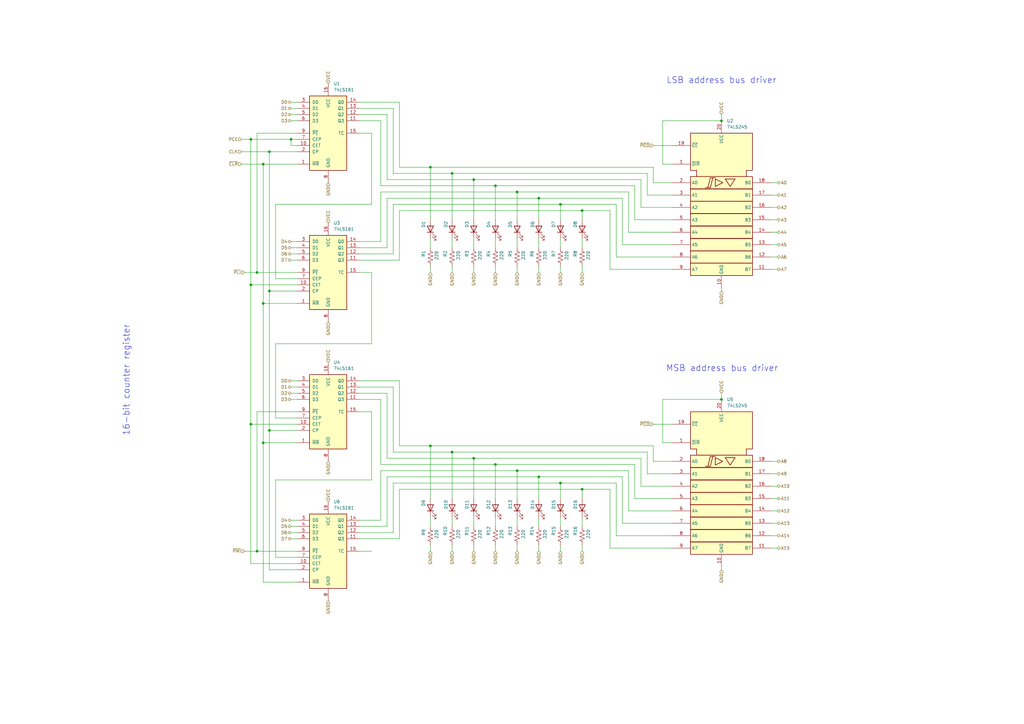
<source format=kicad_sch>
(kicad_sch (version 20250114) (generator "eeschema") (generator_version "9.0")
  (paper "A3")
  (lib_symbols
    (symbol "74xx:74LS161" (pin_names (offset 1.016))
      (property "Reference" "U" (at -7.62 16.51 0))
      (property "Value" "74LS161" (at -7.62 -16.51 0))
      (symbol "74LS161_1_0"
        (pin input line (at -12.7 12.7 0) (length 5.08) (name "D0") (number "3"))
        (pin input line (at -12.7 10.16 0) (length 5.08) (name "D1") (number "4"))
        (pin input line (at -12.7 7.62 0) (length 5.08) (name "D2") (number "5"))
        (pin input line (at -12.7 5.08 0) (length 5.08) (name "D3") (number "6"))
        (pin input line (at -12.7 0 0) (length 5.08) (name "~{PE}") (number "9"))
        (pin input line (at -12.7 -2.54 0) (length 5.08) (name "CEP") (number "7"))
        (pin input line (at -12.7 -5.08 0) (length 5.08) (name "CET") (number "10"))
        (pin input line (at -12.7 -7.62 0) (length 5.08) (name "CP") (number "2"))
        (pin input line (at -12.7 -12.7 0) (length 5.08) (name "~{MR}") (number "1"))
        (pin power_in line (at 0 20.32 270) (length 5.08) (name "VCC") (number "16"))
        (pin power_in line (at 0 -20.32 90) (length 5.08) (name "GND") (number "8"))
        (pin output line (at 12.7 12.7 180) (length 5.08) (name "Q0") (number "14"))
        (pin output line (at 12.7 10.16 180) (length 5.08) (name "Q1") (number "13"))
        (pin output line (at 12.7 7.62 180) (length 5.08) (name "Q2") (number "12"))
        (pin output line (at 12.7 5.08 180) (length 5.08) (name "Q3") (number "11"))
        (pin output line (at 12.7 0 180) (length 5.08) (name "TC") (number "15"))
      )
      (symbol "74LS161_1_1"
        (rectangle (start -7.62 15.24) (end 7.62 -15.24) (stroke (width 0.254)) (fill (type background)))
      )
    )
    (symbol "74xx_IEEE:74LS245"
      (property "Reference" "U" (at 15.24 25.4 0))
      (property "Value" "74LS245" (at 5.08 -30.48 0))
      (symbol "74LS245_0_0"
        (polyline (pts (xy -6.604 10.668) (xy -4.572 10.668) (xy -3.556 14.732) (xy -2.54 14.732) (xy -4.572 14.732) (xy -5.588 10.668) (xy -5.588 10.668)) (stroke (width 0.254)) (fill (type background)))
        (polyline (pts (xy -2.54 14.224) (xy -2.54 11.176) (xy 0.508 12.7) (xy -2.54 14.224) (xy -2.54 14.224)) (stroke (width 0.254)) (fill (type background)))
        (polyline (pts (xy 1.524 14.224) (xy 5.588 14.224) (xy 3.556 11.176) (xy 1.524 14.224) (xy 1.524 14.224)) (stroke (width 0.254)) (fill (type background)))
        (pin power_in line (at 0 38.1 270) (length 5.08) (name "VCC") (number "20"))
        (pin power_in line (at 0 -30.48 90) (length 5.08) (name "GND") (number "10"))
      )
      (symbol "74LS245_0_1"
        (rectangle (start -12.7 15.24) (end 12.7 10.16) (stroke (width 0.254)) (fill (type background)))
        (rectangle (start -12.7 10.16) (end 12.7 5.08) (stroke (width 0.254)) (fill (type background)))
        (rectangle (start -12.7 5.08) (end 12.7 0) (stroke (width 0.254)) (fill (type background)))
        (rectangle (start -12.7 0) (end 12.7 -5.08) (stroke (width 0.254)) (fill (type background)))
        (rectangle (start -12.7 -5.08) (end 12.7 -10.16) (stroke (width 0.254)) (fill (type background)))
        (rectangle (start -12.7 -10.16) (end 12.7 -15.24) (stroke (width 0.254)) (fill (type background)))
        (rectangle (start -12.7 -15.24) (end 12.7 -20.32) (stroke (width 0.254)) (fill (type background)))
        (rectangle (start -12.7 -20.32) (end 12.7 -25.4) (stroke (width 0.254)) (fill (type background)))
        (polyline (pts (xy -10.16 15.24) (xy -10.16 17.78) (xy -12.7 17.78) (xy -12.7 33.02) (xy 12.7 33.02) (xy 12.7 17.78) (xy 10.16 17.78) (xy 10.16 15.24) (xy 10.16 15.24)) (stroke (width 0.254)) (fill (type background)))
      )
      (symbol "74LS245_1_1"
        (pin input line (at -20.32 27.94 0) (length 7.62) (name "~{CE}") (number "19"))
        (pin input line (at -20.32 20.32 0) (length 7.62) (name "~{DIR}") (number "1"))
        (pin tri_state line (at -20.32 12.7 0) (length 7.62) (name "A0") (number "2"))
        (pin tri_state line (at -20.32 7.62 0) (length 7.62) (name "A1") (number "3"))
        (pin tri_state line (at -20.32 2.54 0) (length 7.62) (name "A2") (number "4"))
        (pin tri_state line (at -20.32 -2.54 0) (length 7.62) (name "A3") (number "5"))
        (pin tri_state line (at -20.32 -7.62 0) (length 7.62) (name "A4") (number "6"))
        (pin tri_state line (at -20.32 -12.7 0) (length 7.62) (name "A5") (number "7"))
        (pin tri_state line (at -20.32 -17.78 0) (length 7.62) (name "A6") (number "8"))
        (pin tri_state line (at -20.32 -22.86 0) (length 7.62) (name "A7") (number "9"))
        (pin tri_state line (at 20.32 12.7 180) (length 7.62) (name "B0") (number "18"))
        (pin tri_state line (at 20.32 7.62 180) (length 7.62) (name "B1") (number "17"))
        (pin tri_state line (at 20.32 2.54 180) (length 7.62) (name "B2") (number "16"))
        (pin tri_state line (at 20.32 -2.54 180) (length 7.62) (name "B3") (number "15"))
        (pin tri_state line (at 20.32 -7.62 180) (length 7.62) (name "B4") (number "14"))
        (pin tri_state line (at 20.32 -12.7 180) (length 7.62) (name "B5") (number "13"))
        (pin tri_state line (at 20.32 -17.78 180) (length 7.62) (name "B6") (number "12"))
        (pin tri_state line (at 20.32 -22.86 180) (length 7.62) (name "B7") (number "11"))
      )
    )
    (symbol "Device:LED" (pin_numbers (hide yes)) (pin_names (offset 1.016) (hide yes))
      (property "Reference" "D" (at 0 2.54 0))
      (property "Value" "LED" (at 0 -2.54 0))
      (symbol "LED_0_1"
        (polyline (pts (xy -3.048 -0.762) (xy -4.572 -2.286) (xy -3.81 -2.286) (xy -4.572 -2.286) (xy -4.572 -1.524)))
        (polyline (pts (xy -1.778 -0.762) (xy -3.302 -2.286) (xy -2.54 -2.286) (xy -3.302 -2.286) (xy -3.302 -1.524)))
        (polyline (pts (xy -1.27 0) (xy 1.27 0)))
        (polyline (pts (xy -1.27 -1.27) (xy -1.27 1.27)) (stroke (width 0.254)))
        (polyline (pts (xy 1.27 -1.27) (xy 1.27 1.27) (xy -1.27 0) (xy 1.27 -1.27)) (stroke (width 0.254)))
      )
      (symbol "LED_1_1"
        (pin passive line (at -3.81 0 0) (length 2.54) (name "K") (number "1"))
        (pin passive line (at 3.81 0 180) (length 2.54) (name "A") (number "2"))
      )
    )
    (symbol "Device:R_US" (pin_numbers (hide yes)) (pin_names (offset 0))
      (property "Reference" "R" (at 2.54 0 90))
      (property "Value" "R_US" (at -2.54 0 90))
      (symbol "R_US_0_1"
        (polyline (pts (xy 0 2.286) (xy 0 2.54)))
        (polyline (pts (xy 0 2.286) (xy 1.016 1.905) (xy 0 1.524) (xy -1.016 1.143) (xy 0 0.762)))
        (polyline (pts (xy 0 0.762) (xy 1.016 0.381) (xy 0 0) (xy -1.016 -0.381) (xy 0 -0.762)))
        (polyline (pts (xy 0 -0.762) (xy 1.016 -1.143) (xy 0 -1.524) (xy -1.016 -1.905) (xy 0 -2.286)))
        (polyline (pts (xy 0 -2.286) (xy 0 -2.54)))
      )
      (symbol "R_US_1_1"
        (pin passive line (at 0 3.81 270) (length 1.27) (name "~") (number "1"))
        (pin passive line (at 0 -3.81 90) (length 1.27) (name "~") (number "2"))
      )
    )
  )
  (text "16-bit counter register" (at 51.816 155.956 90) (effects (font (size 2.54 2.54))))
  (text "MSB address bus driver" (at 296.164 151.13 0) (effects (font (size 2.54 2.54))))
  (text "LSB address bus driver" (at 295.91 33.02 0) (effects (font (size 2.54 2.54))))
  (junction (at 102.87 116.84))
  (junction (at 212.09 193.04))
  (junction (at 110.49 176.53))
  (junction (at 185.42 71.12))
  (junction (at 102.87 57.15))
  (junction (at 229.87 198.12))
  (junction (at 295.91 163.83))
  (junction (at 238.76 86.36))
  (junction (at 220.98 81.28))
  (junction (at 229.87 83.82))
  (junction (at 203.2 76.2))
  (junction (at 110.49 119.38))
  (junction (at 119.38 57.15))
  (junction (at 102.87 173.99))
  (junction (at 110.49 62.23))
  (junction (at 212.09 78.74))
  (junction (at 107.95 67.31))
  (junction (at 220.98 195.58))
  (junction (at 105.41 111.76))
  (junction (at 107.95 124.46))
  (junction (at 194.31 187.96))
  (junction (at 107.95 181.61))
  (junction (at 176.53 182.88))
  (junction (at 194.31 73.66))
  (junction (at 238.76 200.66))
  (junction (at 105.41 226.06))
  (junction (at 185.42 185.42))
  (junction (at 176.53 68.58))
  (junction (at 203.2 190.5))
  (junction (at 295.91 49.53))
  (wire (pts (xy 152.4 111.76) (xy 152.4 140.97)))
  (wire (pts (xy 194.31 73.66) (xy 194.31 90.17)))
  (wire (pts (xy 121.92 119.38) (xy 110.49 119.38)))
  (wire (pts (xy 147.32 215.9) (xy 158.75 215.9)))
  (wire (pts (xy 113.03 196.85) (xy 113.03 228.6)))
  (wire (pts (xy 203.2 190.5) (xy 203.2 204.47)))
  (wire (pts (xy 252.73 83.82) (xy 252.73 105.41)))
  (wire (pts (xy 257.81 209.55) (xy 275.59 209.55)))
  (wire (pts (xy 113.03 228.6) (xy 121.92 228.6)))
  (wire (pts (xy 212.09 193.04) (xy 212.09 204.47)))
  (wire (pts (xy 156.21 49.53) (xy 156.21 76.2)))
  (wire (pts (xy 220.98 226.06) (xy 220.98 223.52)))
  (wire (pts (xy 203.2 215.9) (xy 203.2 212.09)))
  (wire (pts (xy 176.53 101.6) (xy 176.53 97.79)))
  (wire (pts (xy 255.27 81.28) (xy 255.27 100.33)))
  (wire (pts (xy 147.32 41.91) (xy 163.83 41.91)))
  (wire (pts (xy 316.23 110.49) (xy 318.77 110.49)))
  (wire (pts (xy 158.75 187.96) (xy 194.31 187.96)))
  (wire (pts (xy 107.95 124.46) (xy 121.92 124.46)))
  (wire (pts (xy 271.78 163.83) (xy 271.78 181.61)))
  (wire (pts (xy 265.43 185.42) (xy 265.43 194.31)))
  (wire (pts (xy 250.19 200.66) (xy 250.19 224.79)))
  (wire (pts (xy 147.32 163.83) (xy 156.21 163.83)))
  (wire (pts (xy 161.29 185.42) (xy 185.42 185.42)))
  (wire (pts (xy 152.4 168.91) (xy 152.4 196.85)))
  (wire (pts (xy 119.38 41.91) (xy 121.92 41.91)))
  (wire (pts (xy 147.32 158.75) (xy 161.29 158.75)))
  (wire (pts (xy 121.92 168.91) (xy 105.41 168.91)))
  (wire (pts (xy 105.41 226.06) (xy 121.92 226.06)))
  (wire (pts (xy 176.53 226.06) (xy 176.53 223.52)))
  (wire (pts (xy 110.49 233.68) (xy 110.49 176.53)))
  (wire (pts (xy 185.42 101.6) (xy 185.42 97.79)))
  (wire (pts (xy 158.75 73.66) (xy 194.31 73.66)))
  (wire (pts (xy 176.53 68.58) (xy 176.53 90.17)))
  (wire (pts (xy 158.75 161.29) (xy 158.75 187.96)))
  (wire (pts (xy 163.83 86.36) (xy 238.76 86.36)))
  (wire (pts (xy 265.43 71.12) (xy 265.43 80.01)))
  (wire (pts (xy 295.91 163.83) (xy 271.78 163.83)))
  (wire (pts (xy 147.32 218.44) (xy 161.29 218.44)))
  (wire (pts (xy 152.4 83.82) (xy 113.03 83.82)))
  (wire (pts (xy 267.97 173.99) (xy 275.59 173.99)))
  (wire (pts (xy 229.87 198.12) (xy 252.73 198.12)))
  (wire (pts (xy 147.32 111.76) (xy 152.4 111.76)))
  (wire (pts (xy 238.76 215.9) (xy 238.76 212.09)))
  (wire (pts (xy 220.98 195.58) (xy 220.98 204.47)))
  (wire (pts (xy 152.4 54.61) (xy 152.4 83.82)))
  (wire (pts (xy 121.92 233.68) (xy 110.49 233.68)))
  (wire (pts (xy 316.23 214.63) (xy 318.77 214.63)))
  (wire (pts (xy 316.23 105.41) (xy 318.77 105.41)))
  (wire (pts (xy 295.91 46.99) (xy 295.91 49.53)))
  (wire (pts (xy 220.98 215.9) (xy 220.98 212.09)))
  (wire (pts (xy 152.4 196.85) (xy 113.03 196.85)))
  (wire (pts (xy 220.98 81.28) (xy 255.27 81.28)))
  (wire (pts (xy 147.32 104.14) (xy 161.29 104.14)))
  (wire (pts (xy 220.98 111.76) (xy 220.98 109.22)))
  (wire (pts (xy 185.42 71.12) (xy 185.42 90.17)))
  (wire (pts (xy 105.41 54.61) (xy 105.41 111.76)))
  (wire (pts (xy 107.95 181.61) (xy 121.92 181.61)))
  (wire (pts (xy 147.32 49.53) (xy 156.21 49.53)))
  (wire (pts (xy 107.95 67.31) (xy 107.95 124.46)))
  (wire (pts (xy 119.38 99.06) (xy 121.92 99.06)))
  (wire (pts (xy 203.2 101.6) (xy 203.2 97.79)))
  (wire (pts (xy 147.32 220.98) (xy 163.83 220.98)))
  (wire (pts (xy 316.23 204.47) (xy 318.77 204.47)))
  (wire (pts (xy 265.43 194.31) (xy 275.59 194.31)))
  (wire (pts (xy 316.23 224.79) (xy 318.77 224.79)))
  (wire (pts (xy 161.29 198.12) (xy 229.87 198.12)))
  (wire (pts (xy 295.91 118.11) (xy 295.91 119.38)))
  (wire (pts (xy 271.78 49.53) (xy 271.78 67.31)))
  (wire (pts (xy 99.06 62.23) (xy 110.49 62.23)))
  (wire (pts (xy 220.98 81.28) (xy 220.98 90.17)))
  (wire (pts (xy 158.75 46.99) (xy 158.75 73.66)))
  (wire (pts (xy 110.49 176.53) (xy 121.92 176.53)))
  (wire (pts (xy 147.32 161.29) (xy 158.75 161.29)))
  (wire (pts (xy 119.38 158.75) (xy 121.92 158.75)))
  (wire (pts (xy 212.09 193.04) (xy 257.81 193.04)))
  (wire (pts (xy 316.23 90.17) (xy 318.77 90.17)))
  (wire (pts (xy 121.92 54.61) (xy 105.41 54.61)))
  (wire (pts (xy 250.19 110.49) (xy 275.59 110.49)))
  (wire (pts (xy 107.95 124.46) (xy 107.95 181.61)))
  (wire (pts (xy 105.41 168.91) (xy 105.41 226.06)))
  (wire (pts (xy 229.87 198.12) (xy 229.87 204.47)))
  (wire (pts (xy 267.97 189.23) (xy 275.59 189.23)))
  (wire (pts (xy 163.83 182.88) (xy 176.53 182.88)))
  (wire (pts (xy 262.89 73.66) (xy 262.89 85.09)))
  (wire (pts (xy 119.38 106.68) (xy 121.92 106.68)))
  (wire (pts (xy 158.75 195.58) (xy 220.98 195.58)))
  (wire (pts (xy 147.32 168.91) (xy 152.4 168.91)))
  (wire (pts (xy 152.4 140.97) (xy 113.03 140.97)))
  (wire (pts (xy 238.76 226.06) (xy 238.76 223.52)))
  (wire (pts (xy 185.42 226.06) (xy 185.42 223.52)))
  (wire (pts (xy 121.92 59.69) (xy 119.38 59.69)))
  (wire (pts (xy 185.42 215.9) (xy 185.42 212.09)))
  (wire (pts (xy 212.09 78.74) (xy 257.81 78.74)))
  (wire (pts (xy 185.42 71.12) (xy 265.43 71.12)))
  (wire (pts (xy 147.32 213.36) (xy 156.21 213.36)))
  (wire (pts (xy 194.31 111.76) (xy 194.31 109.22)))
  (wire (pts (xy 158.75 101.6) (xy 158.75 81.28)))
  (wire (pts (xy 147.32 226.06) (xy 152.4 226.06)))
  (wire (pts (xy 102.87 116.84) (xy 121.92 116.84)))
  (wire (pts (xy 110.49 62.23) (xy 121.92 62.23)))
  (wire (pts (xy 102.87 116.84) (xy 102.87 173.99)))
  (wire (pts (xy 147.32 46.99) (xy 158.75 46.99)))
  (wire (pts (xy 119.38 49.53) (xy 121.92 49.53)))
  (wire (pts (xy 102.87 57.15) (xy 119.38 57.15)))
  (wire (pts (xy 158.75 81.28) (xy 220.98 81.28)))
  (wire (pts (xy 229.87 83.82) (xy 252.73 83.82)))
  (wire (pts (xy 152.4 54.61) (xy 147.32 54.61)))
  (wire (pts (xy 107.95 238.76) (xy 121.92 238.76)))
  (wire (pts (xy 316.23 199.39) (xy 318.77 199.39)))
  (wire (pts (xy 119.38 218.44) (xy 121.92 218.44)))
  (wire (pts (xy 316.23 80.01) (xy 318.77 80.01)))
  (wire (pts (xy 158.75 215.9) (xy 158.75 195.58)))
  (wire (pts (xy 255.27 100.33) (xy 275.59 100.33)))
  (wire (pts (xy 250.19 224.79) (xy 275.59 224.79)))
  (wire (pts (xy 260.35 190.5) (xy 260.35 204.47)))
  (wire (pts (xy 255.27 214.63) (xy 275.59 214.63)))
  (wire (pts (xy 220.98 195.58) (xy 255.27 195.58)))
  (wire (pts (xy 316.23 189.23) (xy 318.77 189.23)))
  (wire (pts (xy 194.31 215.9) (xy 194.31 212.09)))
  (wire (pts (xy 163.83 220.98) (xy 163.83 200.66)))
  (wire (pts (xy 119.38 57.15) (xy 121.92 57.15)))
  (wire (pts (xy 156.21 190.5) (xy 203.2 190.5)))
  (wire (pts (xy 119.38 163.83) (xy 121.92 163.83)))
  (wire (pts (xy 316.23 219.71) (xy 318.77 219.71)))
  (wire (pts (xy 185.42 185.42) (xy 185.42 204.47)))
  (wire (pts (xy 176.53 182.88) (xy 176.53 204.47)))
  (wire (pts (xy 119.38 101.6) (xy 121.92 101.6)))
  (wire (pts (xy 267.97 68.58) (xy 267.97 74.93)))
  (wire (pts (xy 267.97 59.69) (xy 275.59 59.69)))
  (wire (pts (xy 238.76 101.6) (xy 238.76 97.79)))
  (wire (pts (xy 194.31 73.66) (xy 262.89 73.66)))
  (wire (pts (xy 113.03 171.45) (xy 121.92 171.45)))
  (wire (pts (xy 163.83 106.68) (xy 163.83 86.36)))
  (wire (pts (xy 238.76 111.76) (xy 238.76 109.22)))
  (wire (pts (xy 110.49 119.38) (xy 110.49 176.53)))
  (wire (pts (xy 113.03 83.82) (xy 113.03 114.3)))
  (wire (pts (xy 238.76 200.66) (xy 250.19 200.66)))
  (wire (pts (xy 161.29 218.44) (xy 161.29 198.12)))
  (wire (pts (xy 257.81 78.74) (xy 257.81 95.25)))
  (wire (pts (xy 185.42 185.42) (xy 265.43 185.42)))
  (wire (pts (xy 203.2 111.76) (xy 203.2 109.22)))
  (wire (pts (xy 107.95 181.61) (xy 107.95 238.76)))
  (wire (pts (xy 147.32 156.21) (xy 163.83 156.21)))
  (wire (pts (xy 212.09 78.74) (xy 212.09 90.17)))
  (wire (pts (xy 252.73 105.41) (xy 275.59 105.41)))
  (wire (pts (xy 163.83 68.58) (xy 176.53 68.58)))
  (wire (pts (xy 316.23 85.09) (xy 318.77 85.09)))
  (wire (pts (xy 156.21 193.04) (xy 212.09 193.04)))
  (wire (pts (xy 265.43 80.01) (xy 275.59 80.01)))
  (wire (pts (xy 110.49 119.38) (xy 110.49 62.23)))
  (wire (pts (xy 295.91 161.29) (xy 295.91 163.83)))
  (wire (pts (xy 161.29 71.12) (xy 185.42 71.12)))
  (wire (pts (xy 271.78 181.61) (xy 275.59 181.61)))
  (wire (pts (xy 161.29 158.75) (xy 161.29 185.42)))
  (wire (pts (xy 119.38 59.69) (xy 119.38 57.15)))
  (wire (pts (xy 119.38 44.45) (xy 121.92 44.45)))
  (wire (pts (xy 176.53 182.88) (xy 267.97 182.88)))
  (wire (pts (xy 252.73 198.12) (xy 252.73 219.71)))
  (wire (pts (xy 238.76 86.36) (xy 238.76 90.17)))
  (wire (pts (xy 257.81 95.25) (xy 275.59 95.25)))
  (wire (pts (xy 102.87 231.14) (xy 121.92 231.14)))
  (wire (pts (xy 105.41 111.76) (xy 121.92 111.76)))
  (wire (pts (xy 99.06 57.15) (xy 102.87 57.15)))
  (wire (pts (xy 203.2 76.2) (xy 260.35 76.2)))
  (wire (pts (xy 176.53 111.76) (xy 176.53 109.22)))
  (wire (pts (xy 238.76 200.66) (xy 238.76 204.47)))
  (wire (pts (xy 176.53 68.58) (xy 267.97 68.58)))
  (wire (pts (xy 107.95 67.31) (xy 121.92 67.31)))
  (wire (pts (xy 229.87 215.9) (xy 229.87 212.09)))
  (wire (pts (xy 156.21 163.83) (xy 156.21 190.5)))
  (wire (pts (xy 271.78 67.31) (xy 275.59 67.31)))
  (wire (pts (xy 99.06 67.31) (xy 107.95 67.31)))
  (wire (pts (xy 119.38 161.29) (xy 121.92 161.29)))
  (wire (pts (xy 119.38 46.99) (xy 121.92 46.99)))
  (wire (pts (xy 163.83 200.66) (xy 238.76 200.66)))
  (wire (pts (xy 212.09 226.06) (xy 212.09 223.52)))
  (wire (pts (xy 119.38 156.21) (xy 121.92 156.21)))
  (wire (pts (xy 203.2 226.06) (xy 203.2 223.52)))
  (wire (pts (xy 203.2 76.2) (xy 203.2 90.17)))
  (wire (pts (xy 295.91 49.53) (xy 271.78 49.53)))
  (wire (pts (xy 267.97 74.93) (xy 275.59 74.93)))
  (wire (pts (xy 119.38 220.98) (xy 121.92 220.98)))
  (wire (pts (xy 250.19 86.36) (xy 250.19 110.49)))
  (wire (pts (xy 212.09 101.6) (xy 212.09 97.79)))
  (wire (pts (xy 156.21 213.36) (xy 156.21 193.04)))
  (wire (pts (xy 119.38 213.36) (xy 121.92 213.36)))
  (wire (pts (xy 113.03 140.97) (xy 113.03 171.45)))
  (wire (pts (xy 119.38 104.14) (xy 121.92 104.14)))
  (wire (pts (xy 316.23 100.33) (xy 318.77 100.33)))
  (wire (pts (xy 147.32 101.6) (xy 158.75 101.6)))
  (wire (pts (xy 260.35 204.47) (xy 275.59 204.47)))
  (wire (pts (xy 316.23 209.55) (xy 318.77 209.55)))
  (wire (pts (xy 203.2 190.5) (xy 260.35 190.5)))
  (wire (pts (xy 147.32 106.68) (xy 163.83 106.68)))
  (wire (pts (xy 262.89 199.39) (xy 275.59 199.39)))
  (wire (pts (xy 260.35 90.17) (xy 275.59 90.17)))
  (wire (pts (xy 102.87 173.99) (xy 121.92 173.99)))
  (wire (pts (xy 163.83 156.21) (xy 163.83 182.88)))
  (wire (pts (xy 255.27 195.58) (xy 255.27 214.63)))
  (wire (pts (xy 260.35 76.2) (xy 260.35 90.17)))
  (wire (pts (xy 194.31 226.06) (xy 194.31 223.52)))
  (wire (pts (xy 194.31 101.6) (xy 194.31 97.79)))
  (wire (pts (xy 119.38 215.9) (xy 121.92 215.9)))
  (wire (pts (xy 316.23 74.93) (xy 318.77 74.93)))
  (wire (pts (xy 156.21 99.06) (xy 156.21 78.74)))
  (wire (pts (xy 100.33 226.06) (xy 105.41 226.06)))
  (wire (pts (xy 316.23 194.31) (xy 318.77 194.31)))
  (wire (pts (xy 113.03 114.3) (xy 121.92 114.3)))
  (wire (pts (xy 229.87 111.76) (xy 229.87 109.22)))
  (wire (pts (xy 220.98 101.6) (xy 220.98 97.79)))
  (wire (pts (xy 156.21 76.2) (xy 203.2 76.2)))
  (wire (pts (xy 163.83 41.91) (xy 163.83 68.58)))
  (wire (pts (xy 238.76 86.36) (xy 250.19 86.36)))
  (wire (pts (xy 194.31 187.96) (xy 194.31 204.47)))
  (wire (pts (xy 316.23 95.25) (xy 318.77 95.25)))
  (wire (pts (xy 229.87 101.6) (xy 229.87 97.79)))
  (wire (pts (xy 212.09 111.76) (xy 212.09 109.22)))
  (wire (pts (xy 262.89 85.09) (xy 275.59 85.09)))
  (wire (pts (xy 161.29 44.45) (xy 161.29 71.12)))
  (wire (pts (xy 102.87 57.15) (xy 102.87 116.84)))
  (wire (pts (xy 252.73 219.71) (xy 275.59 219.71)))
  (wire (pts (xy 102.87 173.99) (xy 102.87 231.14)))
  (wire (pts (xy 185.42 111.76) (xy 185.42 109.22)))
  (wire (pts (xy 156.21 78.74) (xy 212.09 78.74)))
  (wire (pts (xy 229.87 226.06) (xy 229.87 223.52)))
  (wire (pts (xy 194.31 187.96) (xy 262.89 187.96)))
  (wire (pts (xy 262.89 187.96) (xy 262.89 199.39)))
  (wire (pts (xy 161.29 83.82) (xy 161.29 104.14)))
  (wire (pts (xy 229.87 83.82) (xy 229.87 90.17)))
  (wire (pts (xy 267.97 182.88) (xy 267.97 189.23)))
  (wire (pts (xy 100.33 111.76) (xy 105.41 111.76)))
  (wire (pts (xy 212.09 215.9) (xy 212.09 212.09)))
  (wire (pts (xy 176.53 215.9) (xy 176.53 212.09)))
  (wire (pts (xy 257.81 193.04) (xy 257.81 209.55)))
  (wire (pts (xy 147.32 44.45) (xy 161.29 44.45)))
  (wire (pts (xy 147.32 99.06) (xy 156.21 99.06)))
  (wire (pts (xy 229.87 83.82) (xy 161.29 83.82)))
  (wire (pts (xy 295.91 232.41) (xy 295.91 233.68)))
  (hierarchical_label "VCC" (shape input) (at 134.62 91.44 90))
  (hierarchical_label "A3" (shape tri_state) (at 318.77 90.17 0))
  (hierarchical_label "D1" (shape tri_state) (at 119.38 44.45 180))
  (hierarchical_label "D3" (shape tri_state) (at 119.38 49.53 180))
  (hierarchical_label "D5" (shape tri_state) (at 119.38 101.6 180))
  (hierarchical_label "~{PCO}" (shape input) (at 267.97 59.69 180))
  (hierarchical_label "GND" (shape input) (at 295.91 119.38 270))
  (hierarchical_label "GND" (shape input) (at 134.62 74.93 270))
  (hierarchical_label "A13" (shape tri_state) (at 318.77 214.63 0))
  (hierarchical_label "D3" (shape tri_state) (at 119.38 163.83 180))
  (hierarchical_label "GND" (shape input) (at 220.98 226.06 270))
  (hierarchical_label "A11" (shape tri_state) (at 318.77 204.47 0))
  (hierarchical_label "D2" (shape tri_state) (at 119.38 46.99 180))
  (hierarchical_label "GND" (shape input) (at 194.31 111.76 270))
  (hierarchical_label "GND" (shape input) (at 176.53 111.76 270))
  (hierarchical_label "A15" (shape tri_state) (at 318.77 224.79 0))
  (hierarchical_label "A10" (shape tri_state) (at 318.77 199.39 0))
  (hierarchical_label "A7" (shape tri_state) (at 318.77 110.49 0))
  (hierarchical_label "VCC" (shape input) (at 295.91 161.29 90))
  (hierarchical_label "VCC" (shape input) (at 134.62 205.74 90))
  (hierarchical_label "GND" (shape input) (at 134.62 189.23 270))
  (hierarchical_label "D7" (shape tri_state) (at 119.38 220.98 180))
  (hierarchical_label "GND" (shape input) (at 203.2 111.76 270))
  (hierarchical_label "VCC" (shape input) (at 295.91 46.99 90))
  (hierarchical_label "A0" (shape tri_state) (at 318.77 74.93 0))
  (hierarchical_label "GND" (shape input) (at 185.42 111.76 270))
  (hierarchical_label "GND" (shape input) (at 212.09 111.76 270))
  (hierarchical_label "A5" (shape tri_state) (at 318.77 100.33 0))
  (hierarchical_label "D0" (shape tri_state) (at 119.38 41.91 180))
  (hierarchical_label "PCE" (shape input) (at 99.06 57.15 180))
  (hierarchical_label "GND" (shape input) (at 295.91 233.68 270))
  (hierarchical_label "D7" (shape tri_state) (at 119.38 106.68 180))
  (hierarchical_label "GND" (shape input) (at 238.76 111.76 270))
  (hierarchical_label "~{PMI}" (shape input) (at 100.33 226.06 180))
  (hierarchical_label "D0" (shape tri_state) (at 119.38 156.21 180))
  (hierarchical_label "GND" (shape input) (at 229.87 111.76 270))
  (hierarchical_label "GND" (shape input) (at 134.62 132.08 270))
  (hierarchical_label "A4" (shape tri_state) (at 318.77 95.25 0))
  (hierarchical_label "D1" (shape tri_state) (at 119.38 158.75 180))
  (hierarchical_label "A8" (shape tri_state) (at 318.77 189.23 0))
  (hierarchical_label "GND" (shape input) (at 229.87 226.06 270))
  (hierarchical_label "GND" (shape input) (at 203.2 226.06 270))
  (hierarchical_label "GND" (shape input) (at 212.09 226.06 270))
  (hierarchical_label "GND" (shape input) (at 185.42 226.06 270))
  (hierarchical_label "A6" (shape tri_state) (at 318.77 105.41 0))
  (hierarchical_label "VCC" (shape input) (at 134.62 148.59 90))
  (hierarchical_label "~{CLR}" (shape input) (at 99.06 67.31 180))
  (hierarchical_label "A9" (shape tri_state) (at 318.77 194.31 0))
  (hierarchical_label "A2" (shape tri_state) (at 318.77 85.09 0))
  (hierarchical_label "VCC" (shape input) (at 134.62 34.29 90))
  (hierarchical_label "A12" (shape tri_state) (at 318.77 209.55 0))
  (hierarchical_label "GND" (shape input) (at 194.31 226.06 270))
  (hierarchical_label "D4" (shape tri_state) (at 119.38 99.06 180))
  (hierarchical_label "~{PCO}" (shape input) (at 267.97 173.99 180))
  (hierarchical_label "D6" (shape tri_state) (at 119.38 218.44 180))
  (hierarchical_label "GND" (shape input) (at 134.62 246.38 270))
  (hierarchical_label "GND" (shape input) (at 220.98 111.76 270))
  (hierarchical_label "D2" (shape tri_state) (at 119.38 161.29 180))
  (hierarchical_label "CLK" (shape input) (at 99.06 62.23 180))
  (hierarchical_label "~{PLI}" (shape input) (at 100.33 111.76 180))
  (hierarchical_label "D6" (shape tri_state) (at 119.38 104.14 180))
  (hierarchical_label "GND" (shape input) (at 176.53 226.06 270))
  (hierarchical_label "D4" (shape tri_state) (at 119.38 213.36 180))
  (hierarchical_label "D5" (shape tri_state) (at 119.38 215.9 180))
  (hierarchical_label "A14" (shape tri_state) (at 318.77 219.71 0))
  (hierarchical_label "A1" (shape tri_state) (at 318.77 80.01 0))
  (hierarchical_label "GND" (shape input) (at 238.76 226.06 270))
  (symbol (lib_id "Device:LED") (at 176.53 93.98 90) (unit 1)
    (property "Reference" "D1" (at 173.736 90.678 0) (effects (justify right)))
    (property "Value" "GREEN" (effects (hide yes)))
    (property "Footprint" "LED_THT:LED_D3.0mm" (effects (hide yes)))
    (property "Description" "Light emitting diode" (effects (hide yes)))
    (property "Sim.Pins" "1=K 2=A" (effects (hide yes)))
  )
  (symbol (lib_id "Device:LED") (at 220.98 208.28 90) (unit 1)
    (property "Reference" "D14" (at 218.44 204.978 0) (effects (justify right)))
    (property "Value" "GREEN" (effects (hide yes)))
    (property "Footprint" "LED_THT:LED_D3.0mm" (effects (hide yes)))
    (property "Description" "Light emitting diode" (effects (hide yes)))
    (property "Sim.Pins" "1=K 2=A" (effects (hide yes)))
  )
  (symbol (lib_id "Device:R_US") (at 238.76 105.41 0) (unit 1)
    (property "Reference" "R8" (at 235.966 105.41 90) (effects (justify left)))
    (property "Value" "220" (at 241.3 106.6799 90) (effects (justify left)))
    (property "Footprint" "Resistor_THT:R_Axial_DIN0207_L6.3mm_D2.5mm_P10.16mm_Horizontal" (effects (hide yes)))
    (property "Description" "Resistor, US symbol" (effects (hide yes)))
  )
  (symbol (lib_id "Device:R_US") (at 229.87 219.71 0) (unit 1)
    (property "Reference" "R15" (at 227.076 219.71 90) (effects (justify left)))
    (property "Value" "220" (at 232.41 220.9799 90) (effects (justify left)))
    (property "Footprint" "Resistor_THT:R_Axial_DIN0207_L6.3mm_D2.5mm_P10.16mm_Horizontal" (effects (hide yes)))
    (property "Description" "Resistor, US symbol" (effects (hide yes)))
  )
  (symbol (lib_id "74xx:74LS161") (at 134.62 111.76 0) (unit 1)
    (property "Reference" "U3" (at 136.7633 91.44 0) (effects (justify left)))
    (property "Value" "74LS161" (at 136.7633 93.98 0) (effects (justify left)))
    (property "Footprint" "Package_DIP:DIP-16_W7.62mm" (effects (hide yes)))
    (property "Datasheet" "http://www.ti.com/lit/gpn/sn74LS161" (effects (hide yes)))
    (property "Description" "Synchronous 4-bit programmable binary Counter" (effects (hide yes)))
  )
  (symbol (lib_id "74xx:74LS161") (at 134.62 226.06 0) (unit 1)
    (property "Reference" "U6" (at 136.7633 205.74 0) (effects (justify left)))
    (property "Value" "74LS161" (at 136.7633 208.28 0) (effects (justify left)))
    (property "Footprint" "Package_DIP:DIP-16_W7.62mm" (effects (hide yes)))
    (property "Datasheet" "http://www.ti.com/lit/gpn/sn74LS161" (effects (hide yes)))
    (property "Description" "Synchronous 4-bit programmable binary Counter" (effects (hide yes)))
  )
  (symbol (lib_id "Device:R_US") (at 194.31 105.41 0) (unit 1)
    (property "Reference" "R3" (at 191.516 105.41 90) (effects (justify left)))
    (property "Value" "220" (at 196.85 106.6799 90) (effects (justify left)))
    (property "Footprint" "Resistor_THT:R_Axial_DIN0207_L6.3mm_D2.5mm_P10.16mm_Horizontal" (effects (hide yes)))
    (property "Description" "Resistor, US symbol" (effects (hide yes)))
  )
  (symbol (lib_id "Device:R_US") (at 185.42 219.71 0) (unit 1)
    (property "Reference" "R10" (at 182.626 219.71 90) (effects (justify left)))
    (property "Value" "220" (at 187.96 220.9799 90) (effects (justify left)))
    (property "Footprint" "Resistor_THT:R_Axial_DIN0207_L6.3mm_D2.5mm_P10.16mm_Horizontal" (effects (hide yes)))
    (property "Description" "Resistor, US symbol" (effects (hide yes)))
  )
  (symbol (lib_id "Device:LED") (at 220.98 93.98 90) (unit 1)
    (property "Reference" "D6" (at 218.44 90.678 0) (effects (justify right)))
    (property "Value" "GREEN" (effects (hide yes)))
    (property "Footprint" "LED_THT:LED_D3.0mm" (effects (hide yes)))
    (property "Description" "Light emitting diode" (effects (hide yes)))
    (property "Sim.Pins" "1=K 2=A" (effects (hide yes)))
  )
  (symbol (lib_id "Device:R_US") (at 238.76 219.71 0) (unit 1)
    (property "Reference" "R16" (at 235.966 219.71 90) (effects (justify left)))
    (property "Value" "220" (at 241.3 220.9799 90) (effects (justify left)))
    (property "Footprint" "Resistor_THT:R_Axial_DIN0207_L6.3mm_D2.5mm_P10.16mm_Horizontal" (effects (hide yes)))
    (property "Description" "Resistor, US symbol" (effects (hide yes)))
  )
  (symbol (lib_id "Device:R_US") (at 203.2 105.41 0) (unit 1)
    (property "Reference" "R4" (at 200.406 105.41 90) (effects (justify left)))
    (property "Value" "220" (at 205.74 106.6799 90) (effects (justify left)))
    (property "Footprint" "Resistor_THT:R_Axial_DIN0207_L6.3mm_D2.5mm_P10.16mm_Horizontal" (effects (hide yes)))
    (property "Description" "Resistor, US symbol" (effects (hide yes)))
  )
  (symbol (lib_id "Device:LED") (at 238.76 93.98 90) (unit 1)
    (property "Reference" "D8" (at 235.966 90.678 0) (effects (justify right)))
    (property "Value" "GREEN" (effects (hide yes)))
    (property "Footprint" "LED_THT:LED_D3.0mm" (effects (hide yes)))
    (property "Description" "Light emitting diode" (effects (hide yes)))
    (property "Sim.Pins" "1=K 2=A" (effects (hide yes)))
  )
  (symbol (lib_id "Device:LED") (at 229.87 208.28 90) (unit 1)
    (property "Reference" "D15" (at 227.076 204.978 0) (effects (justify right)))
    (property "Value" "GREEN" (effects (hide yes)))
    (property "Footprint" "LED_THT:LED_D3.0mm" (effects (hide yes)))
    (property "Description" "Light emitting diode" (effects (hide yes)))
    (property "Sim.Pins" "1=K 2=A" (effects (hide yes)))
  )
  (symbol (lib_id "Device:LED") (at 194.31 208.28 90) (unit 1)
    (property "Reference" "D11" (at 191.516 204.978 0) (effects (justify right)))
    (property "Value" "GREEN" (effects (hide yes)))
    (property "Footprint" "LED_THT:LED_D3.0mm" (effects (hide yes)))
    (property "Description" "Light emitting diode" (effects (hide yes)))
    (property "Sim.Pins" "1=K 2=A" (effects (hide yes)))
  )
  (symbol (lib_id "Device:LED") (at 185.42 208.28 90) (unit 1)
    (property "Reference" "D10" (at 182.88 204.978 0) (effects (justify right)))
    (property "Value" "GREEN" (effects (hide yes)))
    (property "Footprint" "LED_THT:LED_D3.0mm" (effects (hide yes)))
    (property "Description" "Light emitting diode" (effects (hide yes)))
    (property "Sim.Pins" "1=K 2=A" (effects (hide yes)))
  )
  (symbol (lib_id "Device:R_US") (at 212.09 105.41 0) (unit 1)
    (property "Reference" "R5" (at 209.296 105.41 90) (effects (justify left)))
    (property "Value" "220" (at 214.63 106.6799 90) (effects (justify left)))
    (property "Footprint" "Resistor_THT:R_Axial_DIN0207_L6.3mm_D2.5mm_P10.16mm_Horizontal" (effects (hide yes)))
    (property "Description" "Resistor, US symbol" (effects (hide yes)))
  )
  (symbol (lib_id "Device:LED") (at 203.2 93.98 90) (unit 1)
    (property "Reference" "D4" (at 200.406 90.678 0) (effects (justify right)))
    (property "Value" "GREEN" (effects (hide yes)))
    (property "Footprint" "LED_THT:LED_D3.0mm" (effects (hide yes)))
    (property "Description" "Light emitting diode" (effects (hide yes)))
    (property "Sim.Pins" "1=K 2=A" (effects (hide yes)))
  )
  (symbol (lib_id "74xx:74LS161") (at 134.62 54.61 0) (unit 1)
    (property "Reference" "U1" (at 136.7633 34.29 0) (effects (justify left)))
    (property "Value" "74LS161" (at 136.7633 36.83 0) (effects (justify left)))
    (property "Footprint" "Package_DIP:DIP-16_W7.62mm" (effects (hide yes)))
    (property "Datasheet" "http://www.ti.com/lit/gpn/sn74LS161" (effects (hide yes)))
    (property "Description" "Synchronous 4-bit programmable binary Counter" (effects (hide yes)))
  )
  (symbol (lib_id "Device:LED") (at 212.09 208.28 90) (unit 1)
    (property "Reference" "D13" (at 209.296 204.978 0) (effects (justify right)))
    (property "Value" "GREEN" (effects (hide yes)))
    (property "Footprint" "LED_THT:LED_D3.0mm" (effects (hide yes)))
    (property "Description" "Light emitting diode" (effects (hide yes)))
    (property "Sim.Pins" "1=K 2=A" (effects (hide yes)))
  )
  (symbol (lib_id "Device:LED") (at 203.2 208.28 90) (unit 1)
    (property "Reference" "D12" (at 200.406 204.978 0) (effects (justify right)))
    (property "Value" "GREEN" (effects (hide yes)))
    (property "Footprint" "LED_THT:LED_D3.0mm" (effects (hide yes)))
    (property "Description" "Light emitting diode" (effects (hide yes)))
    (property "Sim.Pins" "1=K 2=A" (effects (hide yes)))
  )
  (symbol (lib_id "Device:LED") (at 194.31 93.98 90) (unit 1)
    (property "Reference" "D3" (at 191.516 90.678 0) (effects (justify right)))
    (property "Value" "GREEN" (effects (hide yes)))
    (property "Footprint" "LED_THT:LED_D3.0mm" (effects (hide yes)))
    (property "Description" "Light emitting diode" (effects (hide yes)))
    (property "Sim.Pins" "1=K 2=A" (effects (hide yes)))
  )
  (symbol (lib_id "Device:R_US") (at 176.53 219.71 0) (unit 1)
    (property "Reference" "R9" (at 173.736 219.71 90) (effects (justify left)))
    (property "Value" "220" (at 179.07 220.9799 90) (effects (justify left)))
    (property "Footprint" "Resistor_THT:R_Axial_DIN0207_L6.3mm_D2.5mm_P10.16mm_Horizontal" (effects (hide yes)))
    (property "Description" "Resistor, US symbol" (effects (hide yes)))
  )
  (symbol (lib_id "Device:R_US") (at 194.31 219.71 0) (unit 1)
    (property "Reference" "R11" (at 191.516 219.71 90) (effects (justify left)))
    (property "Value" "220" (at 196.85 220.9799 90) (effects (justify left)))
    (property "Footprint" "Resistor_THT:R_Axial_DIN0207_L6.3mm_D2.5mm_P10.16mm_Horizontal" (effects (hide yes)))
    (property "Description" "Resistor, US symbol" (effects (hide yes)))
  )
  (symbol (lib_id "Device:LED") (at 212.09 93.98 90) (unit 1)
    (property "Reference" "D5" (at 209.296 90.678 0) (effects (justify right)))
    (property "Value" "GREEN" (effects (hide yes)))
    (property "Footprint" "LED_THT:LED_D3.0mm" (effects (hide yes)))
    (property "Description" "Light emitting diode" (effects (hide yes)))
    (property "Sim.Pins" "1=K 2=A" (effects (hide yes)))
  )
  (symbol (lib_id "Device:R_US") (at 220.98 105.41 0) (unit 1)
    (property "Reference" "R6" (at 218.186 105.41 90) (effects (justify left)))
    (property "Value" "220" (at 223.52 106.6799 90) (effects (justify left)))
    (property "Footprint" "Resistor_THT:R_Axial_DIN0207_L6.3mm_D2.5mm_P10.16mm_Horizontal" (effects (hide yes)))
    (property "Description" "Resistor, US symbol" (effects (hide yes)))
  )
  (symbol (lib_id "74xx_IEEE:74LS245") (at 295.91 87.63 0) (unit 1)
    (property "Reference" "U2" (at 298.0533 49.53 0) (effects (justify left)))
    (property "Value" "74LS245" (at 298.0533 52.07 0) (effects (justify left)))
    (property "Footprint" "Package_DIP:DIP-20_W7.62mm" (effects (hide yes)))
  )
  (symbol (lib_id "Device:LED") (at 238.76 208.28 90) (unit 1)
    (property "Reference" "D16" (at 235.966 204.978 0) (effects (justify right)))
    (property "Value" "GREEN" (effects (hide yes)))
    (property "Footprint" "LED_THT:LED_D3.0mm" (effects (hide yes)))
    (property "Description" "Light emitting diode" (effects (hide yes)))
    (property "Sim.Pins" "1=K 2=A" (effects (hide yes)))
  )
  (symbol (lib_id "Device:LED") (at 176.53 208.28 90) (unit 1)
    (property "Reference" "D9" (at 173.736 204.978 0) (effects (justify right)))
    (property "Value" "GREEN" (effects (hide yes)))
    (property "Footprint" "LED_THT:LED_D3.0mm" (effects (hide yes)))
    (property "Description" "Light emitting diode" (effects (hide yes)))
    (property "Sim.Pins" "1=K 2=A" (effects (hide yes)))
  )
  (symbol (lib_id "Device:LED") (at 229.87 93.98 90) (unit 1)
    (property "Reference" "D7" (at 227.076 90.678 0) (effects (justify right)))
    (property "Value" "GREEN" (effects (hide yes)))
    (property "Footprint" "LED_THT:LED_D3.0mm" (effects (hide yes)))
    (property "Description" "Light emitting diode" (effects (hide yes)))
    (property "Sim.Pins" "1=K 2=A" (effects (hide yes)))
  )
  (symbol (lib_id "74xx_IEEE:74LS245") (at 295.91 201.93 0) (unit 1)
    (property "Reference" "U5" (at 298.0533 163.83 0) (effects (justify left)))
    (property "Value" "74LS245" (at 298.0533 166.37 0) (effects (justify left)))
    (property "Footprint" "Package_DIP:DIP-20_W7.62mm" (effects (hide yes)))
  )
  (symbol (lib_id "Device:R_US") (at 229.87 105.41 0) (unit 1)
    (property "Reference" "R7" (at 227.076 105.41 90) (effects (justify left)))
    (property "Value" "220" (at 232.41 106.6799 90) (effects (justify left)))
    (property "Footprint" "Resistor_THT:R_Axial_DIN0207_L6.3mm_D2.5mm_P10.16mm_Horizontal" (effects (hide yes)))
    (property "Description" "Resistor, US symbol" (effects (hide yes)))
  )
  (symbol (lib_id "Device:R_US") (at 185.42 105.41 0) (unit 1)
    (property "Reference" "R2" (at 182.626 105.41 90) (effects (justify left)))
    (property "Value" "220" (at 187.96 106.6799 90) (effects (justify left)))
    (property "Footprint" "Resistor_THT:R_Axial_DIN0207_L6.3mm_D2.5mm_P10.16mm_Horizontal" (effects (hide yes)))
    (property "Description" "Resistor, US symbol" (effects (hide yes)))
  )
  (symbol (lib_id "74xx:74LS161") (at 134.62 168.91 0) (unit 1)
    (property "Reference" "U4" (at 136.7633 148.59 0) (effects (justify left)))
    (property "Value" "74LS161" (at 136.7633 151.13 0) (effects (justify left)))
    (property "Footprint" "Package_DIP:DIP-16_W7.62mm" (effects (hide yes)))
    (property "Datasheet" "http://www.ti.com/lit/gpn/sn74LS161" (effects (hide yes)))
    (property "Description" "Synchronous 4-bit programmable binary Counter" (effects (hide yes)))
  )
  (symbol (lib_id "Device:R_US") (at 203.2 219.71 0) (unit 1)
    (property "Reference" "R12" (at 200.406 219.71 90) (effects (justify left)))
    (property "Value" "220" (at 205.74 220.9799 90) (effects (justify left)))
    (property "Footprint" "Resistor_THT:R_Axial_DIN0207_L6.3mm_D2.5mm_P10.16mm_Horizontal" (effects (hide yes)))
    (property "Description" "Resistor, US symbol" (effects (hide yes)))
  )
  (symbol (lib_id "Device:R_US") (at 176.53 105.41 0) (unit 1)
    (property "Reference" "R1" (at 173.736 105.41 90) (effects (justify left)))
    (property "Value" "220" (at 179.07 106.6799 90) (effects (justify left)))
    (property "Footprint" "Resistor_THT:R_Axial_DIN0207_L6.3mm_D2.5mm_P10.16mm_Horizontal" (effects (hide yes)))
    (property "Description" "Resistor, US symbol" (effects (hide yes)))
  )
  (symbol (lib_id "Device:LED") (at 185.42 93.98 90) (unit 1)
    (property "Reference" "D2" (at 182.88 90.678 0) (effects (justify right)))
    (property "Value" "GREEN" (effects (hide yes)))
    (property "Footprint" "LED_THT:LED_D3.0mm" (effects (hide yes)))
    (property "Description" "Light emitting diode" (effects (hide yes)))
    (property "Sim.Pins" "1=K 2=A" (effects (hide yes)))
  )
  (symbol (lib_id "Device:R_US") (at 212.09 219.71 0) (unit 1)
    (property "Reference" "R13" (at 209.296 219.71 90) (effects (justify left)))
    (property "Value" "220" (at 214.63 220.9799 90) (effects (justify left)))
    (property "Footprint" "Resistor_THT:R_Axial_DIN0207_L6.3mm_D2.5mm_P10.16mm_Horizontal" (effects (hide yes)))
    (property "Description" "Resistor, US symbol" (effects (hide yes)))
  )
  (symbol (lib_id "Device:R_US") (at 220.98 219.71 0) (unit 1)
    (property "Reference" "R14" (at 218.186 219.71 90) (effects (justify left)))
    (property "Value" "220" (at 223.52 220.9799 90) (effects (justify left)))
    (property "Footprint" "Resistor_THT:R_Axial_DIN0207_L6.3mm_D2.5mm_P10.16mm_Horizontal" (effects (hide yes)))
    (property "Description" "Resistor, US symbol" (effects (hide yes)))
  )
)
</source>
